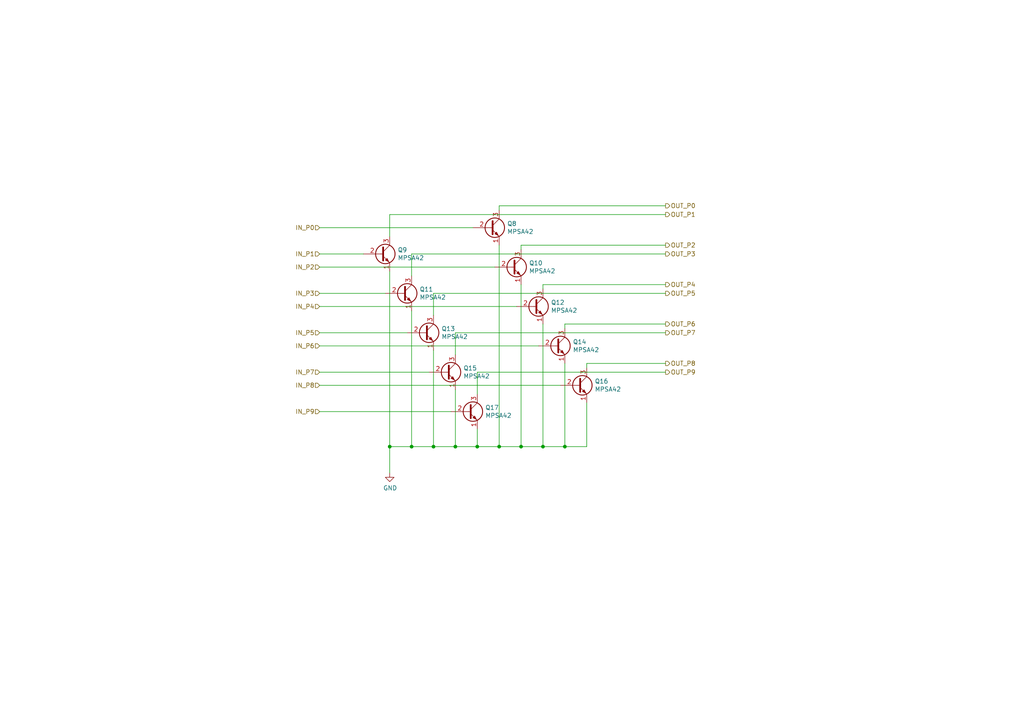
<source format=kicad_sch>
(kicad_sch (version 20230121) (generator eeschema)
  (paper "A4")
  (lib_symbols
    (symbol "Transistor_BJT:MPSA42" (pin_names (offset 1.016) hide)
      (property "Reference" "Q" (at 5.08 1.905 0))
      (property "Value" "MPSA42" (at 5.08 0 0))
      (symbol "MPSA42_0_1"
        (polyline (pts (xy 0 0) (xy 0.635 0)))
        (polyline (pts (xy 0.635 0.635) (xy 2.54 2.54)))
        (polyline (pts (xy 0.635 -0.635) (xy 2.54 -2.54) (xy 2.54 -2.54)))
        (polyline (pts (xy 0.635 1.905) (xy 0.635 -1.905) (xy 0.635 -1.905)) (stroke (width 0.508)))
        (polyline (pts (xy 1.27 -1.778) (xy 1.778 -1.27) (xy 2.286 -2.286) (xy 1.27 -1.778) (xy 1.27 -1.778)) (fill (type outline)))
        (circle (center 1.27 0) (radius 2.8194) (stroke (width 0.254)))
      )
      (symbol "MPSA42_1_1"
        (pin passive line (at 2.54 -5.08 90) (length 2.54) (name "E") (number "1"))
        (pin input line (at -5.08 0 0) (length 5.08) (name "B") (number "2"))
        (pin passive line (at 2.54 5.08 270) (length 2.54) (name "C") (number "3"))
      )
    )
    (symbol "power:GND" (power) (pin_names (offset 0))
      (property "Value" "GND" (at 0 -3.81 0))
      (symbol "GND_0_1"
        (polyline (pts (xy 0 0) (xy 0 -1.27) (xy 1.27 -1.27) (xy 0 -2.54) (xy -1.27 -1.27) (xy 0 -1.27)))
      )
      (symbol "GND_1_1"
        (pin power_in line (at 0 0 270) (length 0) hide (name "GND") (number "1"))
      )
    )
  )
  (junction (at 138.43 129.54))
  (junction (at 157.48 129.54))
  (junction (at 151.13 129.54))
  (junction (at 163.83 129.54))
  (junction (at 119.38 129.54))
  (junction (at 113.03 129.54))
  (junction (at 132.08 129.54))
  (junction (at 144.78 129.54))
  (junction (at 125.73 129.54))
  (wire (pts (xy 156.21 100.33) (xy 92.71 100.33)))
  (wire (pts (xy 137.16 66.04) (xy 92.71 66.04)))
  (wire (pts (xy 151.13 71.12) (xy 151.13 72.39)))
  (wire (pts (xy 170.18 116.84) (xy 170.18 129.54)))
  (wire (pts (xy 193.04 107.95) (xy 138.43 107.95)))
  (wire (pts (xy 113.03 62.23) (xy 193.04 62.23)))
  (wire (pts (xy 119.38 129.54) (xy 125.73 129.54)))
  (wire (pts (xy 125.73 101.6) (xy 125.73 129.54)))
  (wire (pts (xy 105.41 73.66) (xy 92.71 73.66)))
  (wire (pts (xy 157.48 82.55) (xy 193.04 82.55)))
  (wire (pts (xy 144.78 129.54) (xy 151.13 129.54)))
  (wire (pts (xy 157.48 93.98) (xy 157.48 129.54)))
  (wire (pts (xy 119.38 90.17) (xy 119.38 129.54)))
  (wire (pts (xy 125.73 91.44) (xy 125.73 85.09)))
  (wire (pts (xy 113.03 62.23) (xy 113.03 68.58)))
  (wire (pts (xy 193.04 96.52) (xy 132.08 96.52)))
  (wire (pts (xy 143.51 77.47) (xy 92.71 77.47)))
  (wire (pts (xy 149.86 88.9) (xy 92.71 88.9)))
  (wire (pts (xy 119.38 80.01) (xy 119.38 73.66)))
  (wire (pts (xy 144.78 59.69) (xy 193.04 59.69)))
  (wire (pts (xy 144.78 71.12) (xy 144.78 129.54)))
  (wire (pts (xy 111.76 85.09) (xy 92.71 85.09)))
  (wire (pts (xy 113.03 78.74) (xy 113.03 129.54)))
  (wire (pts (xy 138.43 129.54) (xy 144.78 129.54)))
  (wire (pts (xy 92.71 96.52) (xy 118.11 96.52)))
  (wire (pts (xy 151.13 129.54) (xy 157.48 129.54)))
  (wire (pts (xy 119.38 73.66) (xy 193.04 73.66)))
  (wire (pts (xy 163.83 95.25) (xy 163.83 93.98)))
  (wire (pts (xy 151.13 71.12) (xy 193.04 71.12)))
  (wire (pts (xy 113.03 137.16) (xy 113.03 129.54)))
  (wire (pts (xy 163.83 93.98) (xy 193.04 93.98)))
  (wire (pts (xy 144.78 60.96) (xy 144.78 59.69)))
  (wire (pts (xy 193.04 105.41) (xy 170.18 105.41)))
  (wire (pts (xy 157.48 82.55) (xy 157.48 83.82)))
  (wire (pts (xy 132.08 113.03) (xy 132.08 129.54)))
  (wire (pts (xy 170.18 106.68) (xy 170.18 105.41)))
  (wire (pts (xy 113.03 129.54) (xy 119.38 129.54)))
  (wire (pts (xy 193.04 85.09) (xy 125.73 85.09)))
  (wire (pts (xy 132.08 129.54) (xy 138.43 129.54)))
  (wire (pts (xy 163.83 105.41) (xy 163.83 129.54)))
  (wire (pts (xy 138.43 114.3) (xy 138.43 107.95)))
  (wire (pts (xy 138.43 124.46) (xy 138.43 129.54)))
  (wire (pts (xy 151.13 82.55) (xy 151.13 129.54)))
  (wire (pts (xy 163.83 129.54) (xy 170.18 129.54)))
  (wire (pts (xy 162.56 111.76) (xy 92.71 111.76)))
  (wire (pts (xy 130.81 119.38) (xy 92.71 119.38)))
  (wire (pts (xy 157.48 129.54) (xy 163.83 129.54)))
  (wire (pts (xy 125.73 129.54) (xy 132.08 129.54)))
  (wire (pts (xy 124.46 107.95) (xy 92.71 107.95)))
  (wire (pts (xy 132.08 102.87) (xy 132.08 96.52)))
  (hierarchical_label "IN_P3" (shape input) (at 92.71 85.09 180))
  (hierarchical_label "OUT_P0" (shape output) (at 193.04 59.69 0))
  (hierarchical_label "IN_P9" (shape input) (at 92.71 119.38 180))
  (hierarchical_label "OUT_P7" (shape output) (at 193.04 96.52 0))
  (hierarchical_label "IN_P5" (shape input) (at 92.71 96.52 180))
  (hierarchical_label "OUT_P9" (shape output) (at 193.04 107.95 0))
  (hierarchical_label "IN_P1" (shape input) (at 92.71 73.66 180))
  (hierarchical_label "OUT_P2" (shape output) (at 193.04 71.12 0))
  (hierarchical_label "OUT_P5" (shape output) (at 193.04 85.09 0))
  (hierarchical_label "OUT_P4" (shape output) (at 193.04 82.55 0))
  (hierarchical_label "IN_P8" (shape input) (at 92.71 111.76 180))
  (hierarchical_label "IN_P2" (shape input) (at 92.71 77.47 180))
  (hierarchical_label "IN_P4" (shape input) (at 92.71 88.9 180))
  (hierarchical_label "IN_P0" (shape input) (at 92.71 66.04 180))
  (hierarchical_label "OUT_P3" (shape output) (at 193.04 73.66 0))
  (hierarchical_label "IN_P6" (shape input) (at 92.71 100.33 180))
  (hierarchical_label "OUT_P1" (shape output) (at 193.04 62.23 0))
  (hierarchical_label "OUT_P8" (shape output) (at 193.04 105.41 0))
  (hierarchical_label "IN_P7" (shape input) (at 92.71 107.95 180))
  (hierarchical_label "OUT_P6" (shape output) (at 193.04 93.98 0))
  (symbol (lib_id "Transistor_BJT:MPSA42") (at 110.49 73.66 0) (unit 1)
    (property "Reference" "Q9" (at 115.3414 72.4916 0) (effects (justify left)))
    (property "Value" "MPSA42" (at 115.3414 74.803 0) (effects (justify left)))
    (property "Footprint" "Package_TO_SOT_THT:TO-92_Inline" (effects hide))
    (property "Datasheet" "http://www.onsemi.com/pub_link/Collateral/MPSA42-D.PDF" (effects hide))
  )
  (symbol (lib_id "Transistor_BJT:MPSA42") (at 116.84 85.09 0) (unit 1)
    (property "Reference" "Q11" (at 121.6914 83.9216 0) (effects (justify left)))
    (property "Value" "MPSA42" (at 121.6914 86.233 0) (effects (justify left)))
    (property "Footprint" "Package_TO_SOT_THT:TO-92_Inline" (effects hide))
    (property "Datasheet" "http://www.onsemi.com/pub_link/Collateral/MPSA42-D.PDF" (effects hide))
  )
  (symbol (lib_id "Transistor_BJT:MPSA42") (at 123.19 96.52 0) (unit 1)
    (property "Reference" "Q13" (at 128.0414 95.3516 0) (effects (justify left)))
    (property "Value" "MPSA42" (at 128.0414 97.663 0) (effects (justify left)))
    (property "Footprint" "Package_TO_SOT_THT:TO-92_Inline" (effects hide))
    (property "Datasheet" "http://www.onsemi.com/pub_link/Collateral/MPSA42-D.PDF" (effects hide))
  )
  (symbol (lib_id "Transistor_BJT:MPSA42") (at 129.54 107.95 0) (unit 1)
    (property "Reference" "Q15" (at 134.3914 106.7816 0) (effects (justify left)))
    (property "Value" "MPSA42" (at 134.3914 109.093 0) (effects (justify left)))
    (property "Footprint" "Package_TO_SOT_THT:TO-92_Inline" (effects hide))
    (property "Datasheet" "http://www.onsemi.com/pub_link/Collateral/MPSA42-D.PDF" (effects hide))
  )
  (symbol (lib_id "Transistor_BJT:MPSA42") (at 161.29 100.33 0) (unit 1)
    (property "Reference" "Q14" (at 166.1414 99.1616 0) (effects (justify left)))
    (property "Value" "MPSA42" (at 166.1414 101.473 0) (effects (justify left)))
    (property "Footprint" "Package_TO_SOT_THT:TO-92_Inline" (effects hide))
    (property "Datasheet" "http://www.onsemi.com/pub_link/Collateral/MPSA42-D.PDF" (effects hide))
  )
  (symbol (lib_id "Transistor_BJT:MPSA42") (at 154.94 88.9 0) (unit 1)
    (property "Reference" "Q12" (at 159.7914 87.7316 0) (effects (justify left)))
    (property "Value" "MPSA42" (at 159.7914 90.043 0) (effects (justify left)))
    (property "Footprint" "Package_TO_SOT_THT:TO-92_Inline" (effects hide))
    (property "Datasheet" "http://www.onsemi.com/pub_link/Collateral/MPSA42-D.PDF" (effects hide))
  )
  (symbol (lib_id "Transistor_BJT:MPSA42") (at 148.59 77.47 0) (unit 1)
    (property "Reference" "Q10" (at 153.4414 76.3016 0) (effects (justify left)))
    (property "Value" "MPSA42" (at 153.4414 78.613 0) (effects (justify left)))
    (property "Footprint" "Package_TO_SOT_THT:TO-92_Inline" (effects hide))
    (property "Datasheet" "http://www.onsemi.com/pub_link/Collateral/MPSA42-D.PDF" (effects hide))
  )
  (symbol (lib_id "Transistor_BJT:MPSA42") (at 142.24 66.04 0) (unit 1)
    (property "Reference" "Q8" (at 147.0914 64.8716 0) (effects (justify left)))
    (property "Value" "MPSA42" (at 147.0914 67.183 0) (effects (justify left)))
    (property "Footprint" "Package_TO_SOT_THT:TO-92_Inline" (effects hide))
    (property "Datasheet" "http://www.onsemi.com/pub_link/Collateral/MPSA42-D.PDF" (effects hide))
  )
  (symbol (lib_id "Transistor_BJT:MPSA42") (at 167.64 111.76 0) (unit 1)
    (property "Reference" "Q16" (at 172.4914 110.5916 0) (effects (justify left)))
    (property "Value" "MPSA42" (at 172.4914 112.903 0) (effects (justify left)))
    (property "Footprint" "Package_TO_SOT_THT:TO-92_Inline" (effects hide))
    (property "Datasheet" "http://www.onsemi.com/pub_link/Collateral/MPSA42-D.PDF" (effects hide))
  )
  (symbol (lib_id "Transistor_BJT:MPSA42") (at 135.89 119.38 0) (unit 1)
    (property "Reference" "Q17" (at 140.7414 118.2116 0) (effects (justify left)))
    (property "Value" "MPSA42" (at 140.7414 120.523 0) (effects (justify left)))
    (property "Footprint" "Package_TO_SOT_THT:TO-92_Inline" (effects hide))
    (property "Datasheet" "http://www.onsemi.com/pub_link/Collateral/MPSA42-D.PDF" (effects hide))
  )
  (symbol (lib_id "power:GND") (at 113.03 137.16 0) (unit 1)
    (property "Reference" "#PWR014" (effects hide))
    (property "Value" "GND" (at 113.157 141.5542 0))
    (instances (project "OpenNixie" (path "" (reference "#PWR014") (unit 1)) (path "" (reference "#PWR?") (unit 1))))
  )
)
</source>
